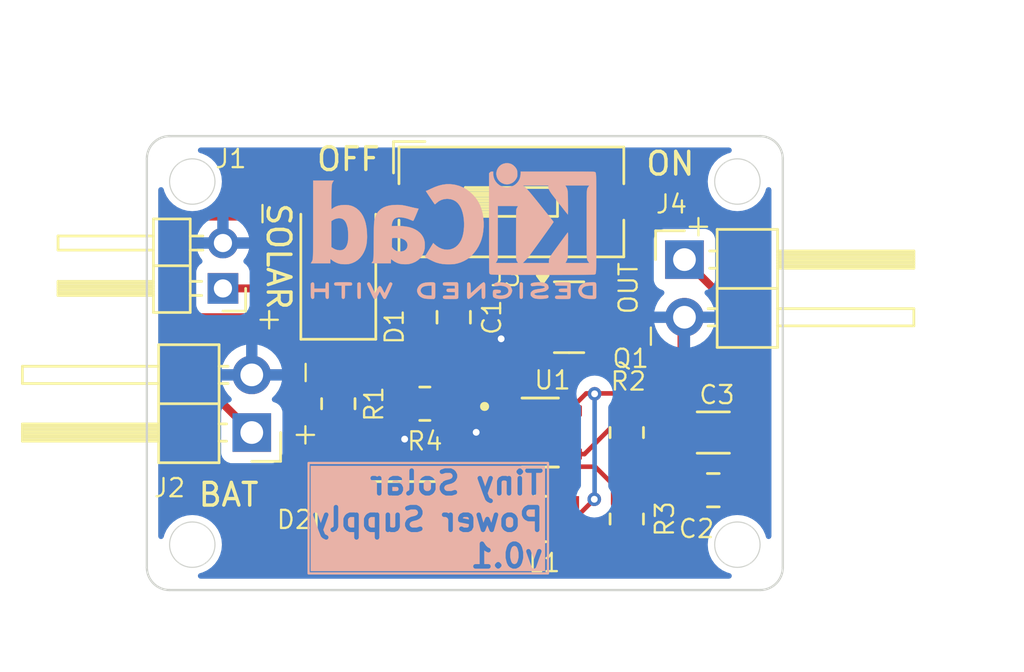
<source format=kicad_pcb>
(kicad_pcb (version 20240108) (generator "pcbnew") (generator_version "8.0")
  (title_block (title "Tiny Solar Power") (date "2024-09-02") (rev "1") (company "AllOkay Solutions"))
  (layers (0 "F.Cu" signal) (31 "B.Cu" signal) (34 "B.Paste" user) (35 "F.Paste" user) (36 "B.SilkS" user "B.Silkscreen") (37 "F.SilkS" user "F.Silkscreen") (38 "B.Mask" user) (39 "F.Mask" user) (44 "Edge.Cuts" user))
  (property "BOARD_VERSION" "0")
  (net 0 "")
  (net 1 "GNDD")
  (net 2 "/OUT_P")
  (net 3 "Net-(U1-FB)")
  (net 4 "/BAT_P")
  (net 5 "/SOLAR_P")
  (net 6 "Net-(Q1-D)")
  (net 7 "Net-(J3-Pin_2)")
  (net 8 "Net-(D2-A)")
  (footprint "#download:SOT95P280X145-5N" (layer "F.Cu") (at 152.0675 95.57)
    (property "Reference" "U1" (at 0.54 -2.308 360) (layer "F.SilkS") (effects (font (size 0.8 0.8) (thickness 0.1))))
    (property "Value" "AP3015AKTR-G1" (hide yes))
    (pad "1" smd roundrect (at -1.25 -0.95) (size 1.17 0.51) (layers "F.Cu" "F.Paste" "F.Mask") (roundrect_rratio 0.125) (net 8 "Net-(D2-A)"))
    (pad "2" smd roundrect (at -1.25 0) (size 1.17 0.51) (layers "F.Cu" "F.Paste" "F.Mask") (roundrect_rratio 0.125) (net 1 "GNDD"))
    (pad "3" smd roundrect (at -1.25 0.95) (size 1.17 0.51) (layers "F.Cu" "F.Paste" "F.Mask") (roundrect_rratio 0.125) (net 3 "Net-(U1-FB)"))
    (pad "4" smd roundrect (at 1.25 0.95) (size 1.17 0.51) (layers "F.Cu" "F.Paste" "F.Mask") (roundrect_rratio 0.125) (net 6 "Net-(Q1-D)"))
    (pad "5" smd roundrect (at 1.25 -0.95) (size 1.17 0.51) (layers "F.Cu" "F.Paste" "F.Mask") (roundrect_rratio 0.125) (net 7 "Net-(J3-Pin_2)"))
  )
  (footprint "Capacitor_SMD:C_1206_3216Metric" (layer "F.Cu") (at 159.6875 95.57 180)
    (property "Reference" "C3" (at -0.16 1.66 0) (layer "F.SilkS") (effects (font (size 0.8 0.8) (thickness 0.1))))
    (property "Value" "22u 10V X7R" (hide yes))
    (pad "1" smd roundrect (at -1.475 0 180) (size 1.15 1.8) (layers "F.Cu" "F.Paste" "F.Mask") (roundrect_rratio 0.217391) (net 2 "/OUT_P"))
    (pad "2" smd roundrect (at 1.475 0 180) (size 1.15 1.8) (layers "F.Cu" "F.Paste" "F.Mask") (roundrect_rratio 0.217391) (net 1 "GNDD"))
  )
  (footprint "#download:INDC2518X200N" (layer "F.Cu") (at 152.0675 99.38)
    (property "Reference" "L1" (at 0.18 1.93 360) (layer "F.SilkS") (effects (font (size 0.8 0.8) (thickness 0.1))))
    (property "Value" "10u 680mA" (hide yes))
    (pad "1" smd rect (at -1.14 0) (size 1.14 2.02) (layers "F.Cu" "F.Paste" "F.Mask") (net 8 "Net-(D2-A)"))
    (pad "2" smd rect (at 1.14 0) (size 1.14 2.02) (layers "F.Cu" "F.Paste" "F.Mask") (net 7 "Net-(J3-Pin_2)"))
  )
  (footprint "Resistor_SMD:R_0805_2012Metric" (layer "F.Cu") (at 143.1775 94.3 90)
    (property "Reference" "R1" (at -0.01 1.57 90) (layer "F.SilkS") (effects (font (size 0.8 0.8) (thickness 0.1))))
    (property "Value" "1M 1/8W" (hide yes))
    (pad "1" smd roundrect (at -0.9125 0 90) (size 1.025 1.4) (layers "F.Cu" "F.Paste" "F.Mask") (roundrect_rratio 0.243902) (net 5 "/SOLAR_P"))
    (pad "2" smd roundrect (at 0.9125 0 90) (size 1.025 1.4) (layers "F.Cu" "F.Paste" "F.Mask") (roundrect_rratio 0.243902) (net 1 "GNDD"))
  )
  (footprint "Diode_SMD:D_SMA" (layer "F.Cu") (at 145.7175 99.38)
    (property "Reference" "D2" (at -4.47 0.03 360) (layer "F.SilkS") (effects (font (size 0.8 0.8) (thickness 0.1))))
    (property "Value" "SS14" (hide yes))
    (pad "1" smd roundrect (at -2 0) (size 2.5 1.8) (layers "F.Cu" "F.Paste" "F.Mask") (roundrect_rratio 0.1388888889) (net 2 "/OUT_P"))
    (pad "2" smd roundrect (at 2 0) (size 2.5 1.8) (layers "F.Cu" "F.Paste" "F.Mask") (roundrect_rratio 0.1388888889) (net 8 "Net-(D2-A)"))
  )
  (footprint "Connector_PinHeader_2.54mm:PinHeader_1x02_P2.54mm_Horizontal" (layer "F.Cu") (at 139.3675 95.57 180)
    (property "Reference" "J2" (at 3.62 -2.44 180) (layer "F.SilkS") (effects (font (size 0.8 0.8) (thickness 0.1))))
    (property "Value" "Conn_01x02_Pin" (hide yes))
    (property "Short description" "BAT" (at 1.02 -2.74 0) (layer "F.SilkS"))
    (pad "1" thru_hole rect (at 0 0 180) (size 1.7 1.7) (drill 1) (layers "*.Cu" "*.Mask") (net 4 "/BAT_P"))
    (pad "2" thru_hole oval (at 0 2.54 180) (size 1.7 1.7) (drill 1) (layers "*.Cu" "*.Mask") (net 1 "GNDD"))
  )
  (footprint "Resistor_SMD:R_0805_2012Metric" (layer "F.Cu") (at 155.8775 99.38 90)
    (property "Reference" "R3" (at 0 1.67 90) (layer "F.SilkS") (effects (font (size 0.8 0.8) (thickness 0.1))))
    (property "Value" "1M 1/8W" (hide yes))
    (pad "1" smd roundrect (at -0.9125 0 90) (size 1.025 1.4) (layers "F.Cu" "F.Paste" "F.Mask") (roundrect_rratio 0.243902) (net 2 "/OUT_P"))
    (pad "2" smd roundrect (at 0.9125 0 90) (size 1.025 1.4) (layers "F.Cu" "F.Paste" "F.Mask") (roundrect_rratio 0.243902) (net 3 "Net-(U1-FB)"))
  )
  (footprint "Connector_PinHeader_2.00mm:PinHeader_1x02_P2.00mm_Horizontal" (layer "F.Cu") (at 138.0975 89.22 180)
    (property "Reference" "J1" (at -0.35 5.71 180) (layer "F.SilkS") (effects (font (size 0.8 0.8) (thickness 0.1))))
    (property "Value" "Conn_01x02_Pin" (hide yes))
    (property "Short description" "SOLAR" (at -2.45 1.41 -90) (layer "F.SilkS"))
    (pad "1" thru_hole rect (at 0 0 180) (size 1.35 1.35) (drill 0.8) (layers "*.Cu" "*.Mask") (net 5 "/SOLAR_P"))
    (pad "2" thru_hole oval (at 0 2 180) (size 1.35 1.35) (drill 0.8) (layers "*.Cu" "*.Mask") (net 1 "GNDD"))
  )
  (footprint "Capacitor_SMD:C_0805_2012Metric" (layer "F.Cu") (at 148.2575 90.49 -90)
    (property "Reference" "C1" (at 0 -1.68 90) (layer "F.SilkS") (effects (font (size 0.8 0.8) (thickness 0.1))))
    (property "Value" "4.7u 50V X7R" (hide yes))
    (pad "1" smd roundrect (at -0.95 0 270) (size 1 1.45) (layers "F.Cu" "F.Paste" "F.Mask") (net 7 "Net-(J3-Pin_2)"))
    (pad "2" smd roundrect (at 0.95 0 270) (size 1 1.45) (layers "F.Cu" "F.Paste" "F.Mask") (net 1 "GNDD"))
  )
  (footprint "Capacitor_SMD:C_0805_2012Metric" (layer "F.Cu") (at 159.6875 98.11 180)
    (property "Reference" "C2" (at 0.74 -1.7 360) (layer "F.SilkS") (effects (font (size 0.8 0.8) (thickness 0.1))))
    (property "Value" "10p 50V X7R" (hide yes))
    (pad "1" smd roundrect (at -0.95 0 180) (size 1 1.45) (layers "F.Cu" "F.Paste" "F.Mask") (net 2 "/OUT_P"))
    (pad "2" smd roundrect (at 0.95 0 180) (size 1 1.45) (layers "F.Cu" "F.Paste" "F.Mask") (net 3 "Net-(U1-FB)"))
  )
  (footprint "Resistor_SMD:R_0805_2012Metric" (layer "F.Cu") (at 155.8775 95.57 90)
    (property "Reference" "R2" (at 2.26 0.07 180) (layer "F.SilkS") (effects (font (size 0.8 0.8) (thickness 0.1))))
    (property "Value" "10k 1/8W" (hide yes))
    (pad "1" smd roundrect (at -0.9125 0 90) (size 1.025 1.4) (layers "F.Cu" "F.Paste" "F.Mask") (roundrect_rratio 0.243902) (net 7 "Net-(J3-Pin_2)"))
    (pad "2" smd roundrect (at 0.9125 0 90) (size 1.025 1.4) (layers "F.Cu" "F.Paste" "F.Mask") (roundrect_rratio 0.243902) (net 6 "Net-(Q1-D)"))
  )
  (footprint "Diode_SMD:D_SMA" (layer "F.Cu") (at 143.1775 87.95 90)
    (property "Reference" "D1" (at -2.96 2.47 -90) (layer "F.SilkS") (effects (font (size 0.8 0.8) (thickness 0.1))))
    (property "Value" "SS14" (hide yes))
    (pad "1" smd roundrect (at -2 0 90) (size 2.5 1.8) (layers "F.Cu" "F.Paste" "F.Mask") (roundrect_rratio 0.1388888889) (net 4 "/BAT_P"))
    (pad "2" smd roundrect (at 2 0 90) (size 2.5 1.8) (layers "F.Cu" "F.Paste" "F.Mask") (roundrect_rratio 0.1388888889) (net 5 "/SOLAR_P"))
  )
  (footprint "Package_TO_SOT_SMD:SOT-23" (layer "F.Cu") (at 153.3375 90.49)
    (property "Reference" "Q1" (at 2.71 1.82 0) (layer "F.SilkS") (effects (font (size 0.8 0.8) (thickness 0.1))))
    (property "Value" "2N7002" (hide yes))
    (pad "1" smd roundrect (at -0.9375 -0.95) (size 1.475 0.6) (layers "F.Cu" "F.Paste" "F.Mask") (net 5 "/SOLAR_P"))
    (pad "2" smd roundrect (at -0.9375 0.95) (size 1.475 0.6) (layers "F.Cu" "F.Paste" "F.Mask") (net 1 "GNDD"))
    (pad "3" smd roundrect (at 0.9375 0) (size 1.475 0.6) (layers "F.Cu" "F.Paste" "F.Mask") (net 6 "Net-(Q1-D)"))
  )
  (footprint "Resistor_SMD:R_0805_2012Metric" (layer "F.Cu") (at 146.9875 94.3 180)
    (property "Reference" "R4" (at 0 -1.65 360) (layer "F.SilkS") (effects (font (size 0.8 0.8) (thickness 0.1))))
    (property "Value" "604k 1% 1/8W" (hide yes))
    (pad "1" smd roundrect (at -0.9125 0 180) (size 1.025 1.4) (layers "F.Cu" "F.Paste" "F.Mask") (roundrect_rratio 0.243902) (net 3 "Net-(U1-FB)"))
    (pad "2" smd roundrect (at 0.9125 0 180) (size 1.025 1.4) (layers "F.Cu" "F.Paste" "F.Mask") (roundrect_rratio 0.243902) (net 1 "GNDD"))
  )
  (footprint "Button_Switch_SMD:SW_DIP_SPSTx01_Slide_9.78x4.72mm_W8.61mm_P2.54mm" (layer "F.Cu") (at 150.7975 85.41)
    (property "Reference" "J3" (at -0.25 3.3 360) (layer "F.SilkS") (effects (font (size 0.8 0.8) (thickness 0.1))))
    (property "Value" "Conn_01x02_Pin" (hide yes))
    (pad "1" smd rect (at -4.305 0) (size 2.44 1.12) (layers "F.Cu" "F.Paste" "F.Mask") (net 4 "/BAT_P"))
    (pad "2" smd rect (at 4.305 0) (size 2.44 1.12) (layers "F.Cu" "F.Paste" "F.Mask") (net 7 "Net-(J3-Pin_2)"))
  )
  (footprint "Connector_PinHeader_2.54mm:PinHeader_1x02_P2.54mm_Horizontal" (layer "F.Cu") (at 158.4175 87.95)
    (property "Reference" "J4" (at -0.57 -2.44 360) (layer "F.SilkS") (effects (font (size 0.8 0.8) (thickness 0.1))))
    (property "Value" "Conn_01x02_Pin" (hide yes))
    (property "Short description" "OUT" (at -2.47 1.26 90) (layer "F.SilkS") (effects (font (size 0.8 0.8) (thickness 0.1))))
    (pad "1" thru_hole rect (at 0 0) (size 1.7 1.7) (drill 1) (layers "*.Cu" "*.Mask") (net 2 "/OUT_P"))
    (pad "2" thru_hole oval (at 0 2.54) (size 1.7 1.7) (drill 1) (layers "*.Cu" "*.Mask") (net 1 "GNDD"))
  )
  (footprint "Symbol:KiCad-Logo2_5mm_SilkScreen" (layer "B.Cu") (at 148.2575 86.68 180)
    (property "Reference" "REF**" (hide yes))
    (property "Value" "KiCad-Logo2_5mm_SilkScreen" (hide yes))
  )
  (gr_rect (start 141.869255 96.911767) (end 152.407898 101.776729) (stroke (width 0.1)) (fill none) (layer "B.SilkS"))
  (gr_line (start 162.7475 83.51) (end 162.7475 101.51) (stroke (width 0.1)) (layer "Edge.Cuts"))
  (gr_arc (start 135.7475 102.51) (mid 135.040393 102.217107) (end 134.7475 101.51) (stroke (width 0.1)) (layer "Edge.Cuts"))
  (gr_line (start 134.7475 101.51) (end 134.7475 83.51) (stroke (width 0.1)) (layer "Edge.Cuts"))
  (gr_circle (center 160.7475 84.51) (end 161.7475 84.51) (stroke (width 0.05)) (fill none) (layer "Edge.Cuts"))
  (gr_circle (center 136.7475 84.51) (end 137.7475 84.51) (stroke (width 0.05)) (fill none) (layer "Edge.Cuts"))
  (gr_arc (start 162.7475 101.51) (mid 162.454607 102.217107) (end 161.7475 102.51) (stroke (width 0.1)) (layer "Edge.Cuts"))
  (gr_circle (center 160.7475 100.51) (end 161.7475 100.51) (stroke (width 0.05)) (fill none) (layer "Edge.Cuts"))
  (gr_line (start 135.7475 82.51) (end 161.7475 82.51) (stroke (width 0.1)) (layer "Edge.Cuts"))
  (gr_arc (start 161.7475 82.51) (mid 162.454607 82.802893) (end 162.7475 83.51) (stroke (width 0.1)) (layer "Edge.Cuts"))
  (gr_line (start 161.7475 102.51) (end 135.7475 102.51) (stroke (width 0.1)) (layer "Edge.Cuts"))
  (gr_circle (center 136.7475 100.51) (end 137.7475 100.51) (stroke (width 0.05)) (fill none) (layer "Edge.Cuts"))
  (gr_arc (start 134.7475 83.51) (mid 135.040393 82.802893) (end 135.7475 82.51) (stroke (width 0.1)) (layer "Edge.Cuts"))
  (gr_text "Tiny Solar \nPower Supply\nv${BOARD_VERSION}.${REVISION}" (at 152.3 101.6 0) (layer "B.SilkS" knockout) (effects (font (size 1 1) (thickness 0.2) (bold yes)) (justify left bottom mirror)))
  (gr_text "-" (at 157.4475 92.01 90) (layer "F.SilkS") (effects (font (size 1 1) (thickness 0.1)) (justify left bottom)))
  (gr_text "-" (at 142.2475 93.61 90) (layer "F.SilkS") (effects (font (size 1 1) (thickness 0.1)) (justify left bottom)))
  (gr_text "-" (at 140.3475 86.61 90) (layer "F.SilkS") (effects (font (size 1 1) (thickness 0.1)) (justify left bottom)))
  (gr_text "ON" (at 156.6475 84.31 0) (layer "F.SilkS") (effects (font (size 1 1)) (justify left bottom)))
  (gr_text "OFF" (at 142.1475 84.11 0) (layer "F.SilkS") (effects (font (size 1 1)) (justify left bottom)))
  (gr_text "+" (at 141.043186 96.181017 0) (layer "F.SilkS") (effects (font (size 1 1) (thickness 0.1)) (justify left bottom)))
  (gr_text "+" (at 158.3475 87.01 0) (layer "F.SilkS") (effects (font (size 1 1) (thickness 0.1)) (justify left bottom)))
  (gr_text "+" (at 139.4475 91.11 0) (layer "F.SilkS") (effects (font (size 1 1) (thickness 0.1)) (justify left bottom)))
  (segment (start 143.535 93.03) (end 143.1775 93.3875) (width 0.2) (layer "F.Cu") (net 1))
  (segment (start 150.3475 91.44) (end 152.4 91.44) (width 0.2) (layer "F.Cu") (net 1))
  (segment (start 146.075 94.3) (end 146.075 95.8375) (width 0.2) (layer "F.Cu") (net 1))
  (segment (start 158.2125 95.57) (end 158.2125 90.695) (width 0.2) (layer "F.Cu") (net 1))
  (segment (start 150.3475 91.44) (end 148.2575 91.44) (width 0.2) (layer "F.Cu") (net 1))
  (segment (start 146.075 95.8375) (end 146.0975 95.86) (width 0.2) (layer "F.Cu") (net 1))
  (segment (start 149.2575 95.57) (end 149.2475 95.56) (width 0.2) (layer "F.Cu") (net 1))
  (segment (start 146.0375 91.44) (end 148.2575 91.44) (width 0.2) (layer "F.Cu") (net 1))
  (segment (start 158.2125 90.695) (end 158.4175 90.49) (width 0.2) (layer "F.Cu") (net 1))
  (segment (start 144.09 93.3875) (end 146.0375 91.44) (width 0.2) (layer "F.Cu") (net 1))
  (segment (start 143.1775 93.3875) (end 144.09 93.3875) (width 0.2) (layer "F.Cu") (net 1))
  (segment (start 150.8175 95.57) (end 149.2575 95.57) (width 0.2) (layer "F.Cu") (net 1))
  (via (at 150.3475 91.44) (size 0.6) (drill 0.3) (layers "F.Cu" "B.Cu") (net 1))
  (via (at 146.0975 95.86) (size 0.6) (drill 0.3) (layers "F.Cu" "B.Cu") (net 1))
  (via (at 149.2475 95.56) (size 0.6) (drill 0.3) (layers "F.Cu" "B.Cu") (net 1))
  (segment (start 160.6375 98.11) (end 160.6375 96.095) (width 0.35) (layer "F.Cu") (net 2))
  (segment (start 158.455 100.2925) (end 160.6375 98.11) (width 0.35) (layer "F.Cu") (net 2))
  (segment (start 155.8775 100.2925) (end 158.455 100.2925) (width 0.35) (layer "F.Cu") (net 2))
  (segment (start 161.1625 95.57) (end 161.1625 90.695) (width 0.35) (layer "F.Cu") (net 2))
  (segment (start 160.6375 96.095) (end 161.1625 95.57) (width 0.35) (layer "F.Cu") (net 2))
  (segment (start 161.1625 90.695) (end 158.4175 87.95) (width 0.35) (layer "F.Cu") (net 2))
  (segment (start 154.361754 101.808246) (end 155.8775 100.2925) (width 0.35) (layer "F.Cu") (net 2))
  (segment (start 146.145746 101.808246) (end 154.361754 101.808246) (width 0.35) (layer "F.Cu") (net 2))
  (segment (start 143.7175 99.38) (end 146.145746 101.808246) (width 0.35) (layer "F.Cu") (net 2))
  (segment (start 155.8775 98.4675) (end 158.38 98.4675) (width 0.2) (layer "F.Cu") (net 3))
  (segment (start 147.893861 96.207918) (end 147.9 96.201779) (width 0.2) (layer "F.Cu") (net 3))
  (segment (start 158.38 98.4675) (end 158.7375 98.11) (width 0.2) (layer "F.Cu") (net 3))
  (segment (start 155.915 98.43) (end 155.8775 98.4675) (width 0.2) (layer "F.Cu") (net 3))
  (segment (start 154.485 97.075) (end 155.8775 98.4675) (width 0.2) (layer "F.Cu") (net 3))
  (segment (start 148.205943 96.52) (end 147.893861 96.207918) (width 0.2) (layer "F.Cu") (net 3))
  (segment (start 150.8175 96.52) (end 148.205943 96.52) (width 0.2) (layer "F.Cu") (net 3))
  (segment (start 150.8175 96.52) (end 151.3725 97.075) (width 0.2) (layer "F.Cu") (net 3))
  (segment (start 151.3725 97.075) (end 154.485 97.075) (width 0.2) (layer "F.Cu") (net 3))
  (segment (start 147.9 96.201779) (end 147.9 94.3) (width 0.2) (layer "F.Cu") (net 3))
  (segment (start 136.906781 86.055719) (end 140.016781 86.055719) (width 0.35) (layer "F.Cu") (net 4))
  (segment (start 145.4075 84.325) (end 146.4925 85.41) (width 0.35) (layer "F.Cu") (net 4))
  (segment (start 136.8275 90.49) (end 142.6375 90.49) (width 0.35) (layer "F.Cu") (net 4))
  (segment (start 136.8275 90.49) (end 136.273897 89.936397) (width 0.35) (layer "F.Cu") (net 4))
  (segment (start 141.7475 84.325) (end 145.4075 84.325) (width 0.35) (layer "F.Cu") (net 4))
  (segment (start 136.273897 86.688603) (end 136.906781 86.055719) (width 0.35) (layer "F.Cu") (net 4))
  (segment (start 140.016781 86.055719) (end 141.7475 84.325) (width 0.35) (layer "F.Cu") (net 4))
  (segment (start 136.8275 93.03) (end 136.8275 90.49) (width 0.35) (layer "F.Cu") (net 4))
  (segment (start 142.6375 90.49) (end 143.1775 89.95) (width 0.35) (layer "F.Cu") (net 4))
  (segment (start 139.3675 95.57) (end 136.8275 93.03) (width 0.35) (layer "F.Cu") (net 4))
  (segment (start 136.273897 89.936397) (end 136.273897 86.688603) (width 0.35) (layer "F.Cu") (net 4))
  (segment (start 144.4475 91.76) (end 145.7175 90.49) (width 0.35) (layer "F.Cu") (net 5))
  (segment (start 146.2575 87.95) (end 145.7175 88.49) (width 0.35) (layer "F.Cu") (net 5))
  (segment (start 141.9075 91.76) (end 144.4475 91.76) (width 0.35) (layer "F.Cu") (net 5))
  (segment (start 138.0975 89.22) (end 139.9075 89.22) (width 0.35) (layer "F.Cu") (net 5))
  (segment (start 141.25298 92.41452) (end 141.9075 91.76) (width 0.35) (layer "F.Cu") (net 5))
  (segment (start 143.1775 95.2125) (end 141.904276 95.2125) (width 0.35) (layer "F.Cu") (net 5))
  (segment (start 150.81 87.95) (end 152.4 89.54) (width 0.35) (layer "F.Cu") (net 5))
  (segment (start 150.81 87.95) (end 146.2575 87.95) (width 0.35) (layer "F.Cu") (net 5))
  (segment (start 139.9075 89.22) (end 143.1775 85.95) (width 0.35) (layer "F.Cu") (net 5))
  (segment (start 141.25298 94.561204) (end 141.25298 92.41452) (width 0.35) (layer "F.Cu") (net 5))
  (segment (start 145.7175 88.49) (end 145.1775 87.95) (width 0.35) (layer "F.Cu") (net 5))
  (segment (start 141.904276 95.2125) (end 141.25298 94.561204) (width 0.35) (layer "F.Cu") (net 5))
  (segment (start 145.7175 90.49) (end 145.7175 88.49) (width 0.35) (layer "F.Cu") (net 5))
  (segment (start 143.1775 85.95) (end 145.1775 87.95) (width 0.35) (layer "F.Cu") (net 5))
  (segment (start 153.3175 96.52) (end 152.4325 95.635) (width 0.2) (layer "F.Cu") (net 6))
  (segment (start 154.275 92.0925) (end 154.275 90.49) (width 0.2) (layer "F.Cu") (net 6))
  (segment (start 153.3175 96.52) (end 154.015 96.52) (width 0.2) (layer "F.Cu") (net 6))
  (segment (start 152.4325 95.635) (end 152.4325 93.935) (width 0.2) (layer "F.Cu") (net 6))
  (segment (start 154.015 96.52) (end 155.8775 94.6575) (width 0.2) (layer "F.Cu") (net 6))
  (segment (start 152.4325 93.935) (end 154.275 92.0925) (width 0.2) (layer "F.Cu") (net 6))
  (segment (start 153.5775 99.38) (end 154.4475 98.51) (width 0.2) (layer "F.Cu") (net 7))
  (segment (start 155.5975 88.710552) (end 155.1025 88.215552) (width 0.2) (layer "F.Cu") (net 7))
  (segment (start 155.5975 93.845) (end 156.562244 93.845) (width 0.2) (layer "F.Cu") (net 7))
  (segment (start 153.3475 94.65) (end 153.3175 94.62) (width 0.2) (layer "F.Cu") (net 7))
  (segment (start 156.562244 93.845) (end 157.1475 94.430256) (width 0.2) (layer "F.Cu") (net 7))
  (segment (start 148.2575 89.54) (end 148.8575 90.14) (width 0.2) (layer "F.Cu") (net 7))
  (segment (start 157.1475 95.2125) (end 155.8775 96.4825) (width 0.2) (layer "F.Cu") (net 7))
  (segment (start 155.5975 93.845) (end 155.5975 88.710552) (width 0.2) (layer "F.Cu") (net 7))
  (segment (start 153.2075 99.38) (end 153.5775 99.38) (width 0.2) (layer "F.Cu") (net 7))
  (segment (start 154.0925 93.845) (end 155.5975 93.845) (width 0.2) (layer "F.Cu") (net 7))
  (segment (start 153.3175 94.62) (end 154.0925 93.845) (width 0.2) (layer "F.Cu") (net 7))
  (segment (start 157.1475 94.430256) (end 157.1475 95.2125) (width 0.2) (layer "F.Cu") (net 7))
  (segment (start 153.178052 90.14) (end 155.1025 88.215552) (width 0.2) (layer "F.Cu") (net 7))
  (segment (start 155.1025 88.215552) (end 155.1025 85.41) (width 0.2) (layer "F.Cu") (net 7))
  (segment (start 148.8575 90.14) (end 153.178052 90.14) (width 0.2) (layer "F.Cu") (net 7))
  (via (at 154.461976 93.864126) (size 0.6) (drill 0.3) (layers "F.Cu" "B.Cu") (net 7))
  (via (at 154.4475 98.51) (size 0.6) (drill 0.3) (layers "F.Cu" "B.Cu") (net 7))
  (segment (start 154.461976 98.495524) (end 154.461976 93.864126) (width 0.2) (layer "B.Cu") (net 7))
  (segment (start 154.4475 98.51) (end 154.462469 98.487842) (width 0.2) (layer "B.Cu") (net 7))
  (segment (start 154.461976 93.864126) (end 154.461976 93.855539) (width 0.2) (layer "B.Cu") (net 7))
  (segment (start 154.4475 98.51) (end 154.461976 98.495524) (width 0.2) (layer "B.Cu") (net 7))
  (segment (start 144.685687 93.720541) (end 145.376228 93.03) (width 0.2) (layer "F.Cu") (net 8))
  (segment (start 147.7175 99.38) (end 144.685687 96.348187) (width 0.2) (layer "F.Cu") (net 8))
  (segment (start 149.8475 94.62) (end 150.8175 94.62) (width 0.2) (layer "F.Cu") (net 8))
  (segment (start 145.376228 93.03) (end 148.2575 93.03) (width 0.2) (layer "F.Cu") (net 8))
  (segment (start 148.2575 93.03) (end 149.8475 94.62) (width 0.2) (layer "F.Cu") (net 8))
  (segment (start 147.7175 99.38) (end 150.9275 99.38) (width 0.2) (layer "F.Cu") (net 8))
  (segment (start 144.685687 96.348187) (end 144.685687 93.720541) (width 0.2) (layer "F.Cu") (net 8))
  (zone (net 1) (net_name "GNDD") (layer "B.Cu") (connect_pads (clearance 0.5)) (min_thickness 0.25) (fill yes (thermal_gap 0.5) (thermal_bridge_width 0.5))
    (polygon (pts (xy 135.2475 83.01) (xy 135.2475 102.01) (xy 162.2475 102.01) (xy 162.2475 83.01)))
  )
)
</source>
